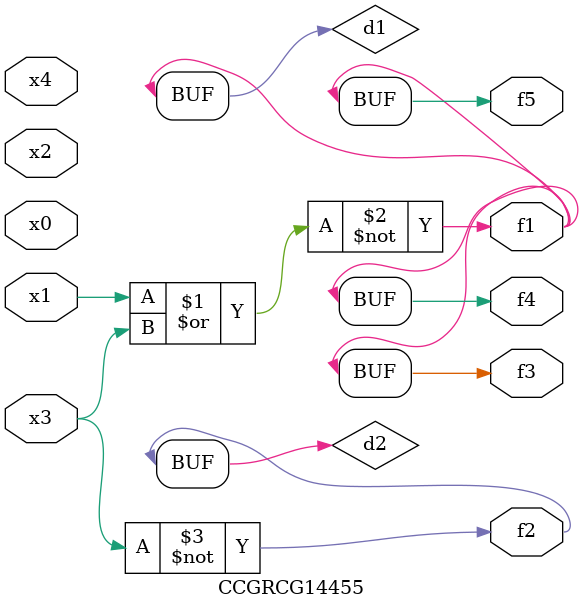
<source format=v>
module CCGRCG14455(
	input x0, x1, x2, x3, x4,
	output f1, f2, f3, f4, f5
);

	wire d1, d2;

	nor (d1, x1, x3);
	not (d2, x3);
	assign f1 = d1;
	assign f2 = d2;
	assign f3 = d1;
	assign f4 = d1;
	assign f5 = d1;
endmodule

</source>
